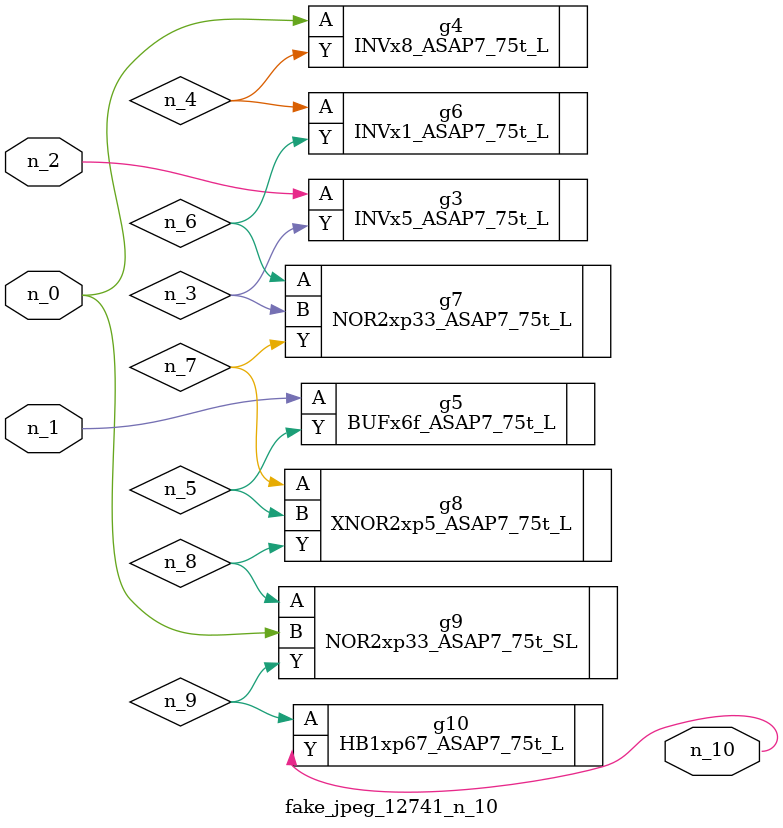
<source format=v>
module fake_jpeg_12741_n_10 (n_0, n_2, n_1, n_10);

input n_0;
input n_2;
input n_1;

output n_10;

wire n_3;
wire n_4;
wire n_8;
wire n_9;
wire n_6;
wire n_5;
wire n_7;

INVx5_ASAP7_75t_L g3 ( 
.A(n_2),
.Y(n_3)
);

INVx8_ASAP7_75t_L g4 ( 
.A(n_0),
.Y(n_4)
);

BUFx6f_ASAP7_75t_L g5 ( 
.A(n_1),
.Y(n_5)
);

INVx1_ASAP7_75t_L g6 ( 
.A(n_4),
.Y(n_6)
);

NOR2xp33_ASAP7_75t_L g7 ( 
.A(n_6),
.B(n_3),
.Y(n_7)
);

XNOR2xp5_ASAP7_75t_L g8 ( 
.A(n_7),
.B(n_5),
.Y(n_8)
);

NOR2xp33_ASAP7_75t_SL g9 ( 
.A(n_8),
.B(n_0),
.Y(n_9)
);

HB1xp67_ASAP7_75t_L g10 ( 
.A(n_9),
.Y(n_10)
);


endmodule
</source>
